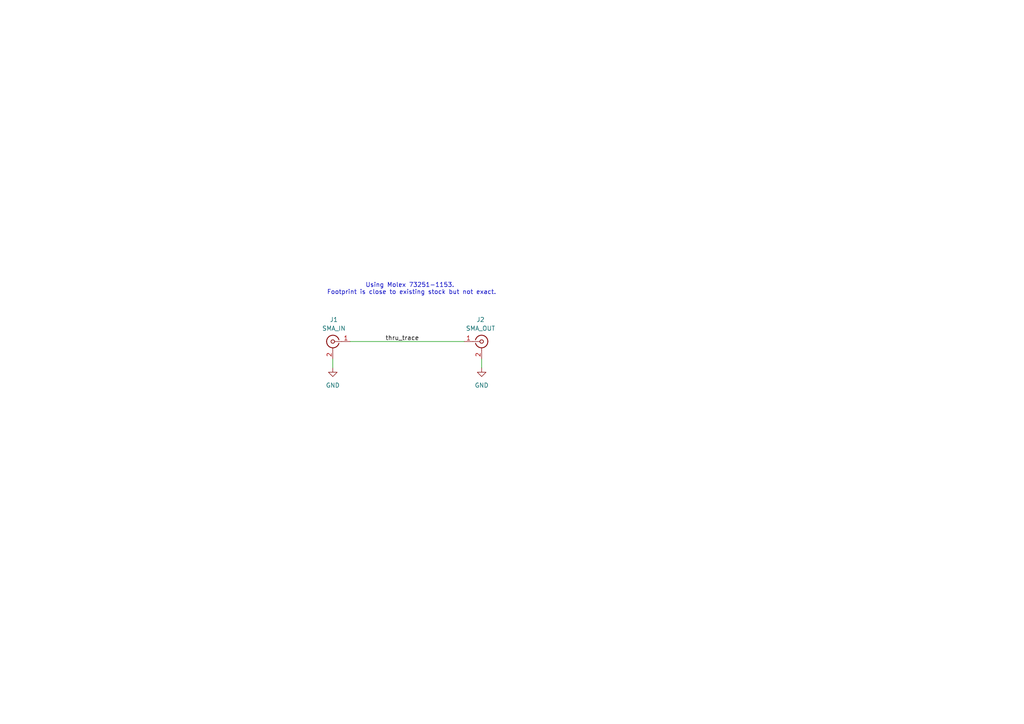
<source format=kicad_sch>
(kicad_sch (version 20231120) (generator "eeschema") (generator_version "8.0")
  (paper "A4")
  (title_block (title "Bald Probe Test Fixture (SMA)") (date "2024-07-05") (rev "1") (company "@baldengineer"))
  (lib_symbols
    (symbol "Connector:Conn_Coaxial" (pin_names (offset 1.016) hide)
      (property "Reference" "J" (at 0.254 3.048 0))
      (property "Value" "Conn_Coaxial" (at 2.921 0 90))
      (symbol "Conn_Coaxial_0_1"
        (arc (start -1.778 -0.508) (mid 0.2311 -1.8066) (end 1.778 0) (stroke (width 0.254)))
        (polyline (pts (xy -2.54 0) (xy -0.508 0)))
        (polyline (pts (xy 0 -2.54) (xy 0 -1.778)))
        (circle (center 0 0) (radius 0.508) (stroke (width 0.2032)))
        (arc (start 1.778 0) (mid 0.2099 1.8101) (end -1.778 0.508) (stroke (width 0.254)))
      )
      (symbol "Conn_Coaxial_1_1"
        (pin passive line (at -5.08 0 0) (length 2.54) (name "In") (number "1"))
        (pin passive line (at 0 -5.08 90) (length 2.54) (name "Ext") (number "2"))
      )
    )
    (symbol "power:GND" (power) (pin_numbers hide) (pin_names (offset 0) hide)
      (property "Value" "GND" (at 0 -3.81 0))
      (symbol "GND_0_1"
        (polyline (pts (xy 0 0) (xy 0 -1.27) (xy 1.27 -1.27) (xy 0 -2.54) (xy -1.27 -1.27) (xy 0 -1.27)))
      )
      (symbol "GND_1_1"
        (pin power_in line (at 0 0 270) (length 0) (name "~") (number "1"))
      )
    )
  )
  (wire (pts (xy 101.6 99.06) (xy 134.62 99.06)))
  (wire (pts (xy 139.7 104.14) (xy 139.7 106.68)))
  (wire (pts (xy 96.52 104.14) (xy 96.52 106.68)))
  (text "Using Molex 73251-1153. \nFootprint is close to existing stock but not exact." (at 119.38 83.82 0) (effects (font (size 1.27 1.27))))
  (label "thru_trace" (at 111.76 99.06 0))
  (symbol (lib_id "Connector:Conn_Coaxial") (at 139.7 99.06 0) (unit 1)
    (property "Reference" "J2" (at 139.3826 92.71 0))
    (property "Value" "SMA_OUT" (at 139.3826 95.25 0))
    (property "Footprint" "Connector_Coaxial:SMA_Molex_73251-1153_EdgeMount_Horizontal" (effects (hide yes)))
    (property "Description" "coaxial connector (BNC, SMA, SMB, SMC, Cinch/RCA, LEMO, ...)" (effects (hide yes)))
  )
  (symbol (lib_id "Connector:Conn_Coaxial") (at 96.52 99.06 0) (mirror y) (unit 1)
    (property "Reference" "J1" (at 96.8374 92.71 0))
    (property "Value" "SMA_IN" (at 96.8374 95.25 0))
    (property "Footprint" "Connector_Coaxial:SMA_Molex_73251-1153_EdgeMount_Horizontal" (effects (hide yes)))
    (property "Description" "coaxial connector (BNC, SMA, SMB, SMC, Cinch/RCA, LEMO, ...)" (effects (hide yes)))
  )
  (symbol (lib_id "power:GND") (at 96.52 106.68 0) (unit 1)
    (property "Reference" "#PWR01" (effects (hide yes)))
    (property "Value" "GND" (at 96.52 111.76 0))
    (property "Description" "Power symbol creates a global label with name \"GND\" , ground" (effects (hide yes)))
  )
  (symbol (lib_id "power:GND") (at 139.7 106.68 0) (unit 1)
    (property "Reference" "#PWR02" (effects (hide yes)))
    (property "Value" "GND" (at 139.7 111.76 0))
    (property "Description" "Power symbol creates a global label with name \"GND\" , ground" (effects (hide yes)))
  )
)
</source>
